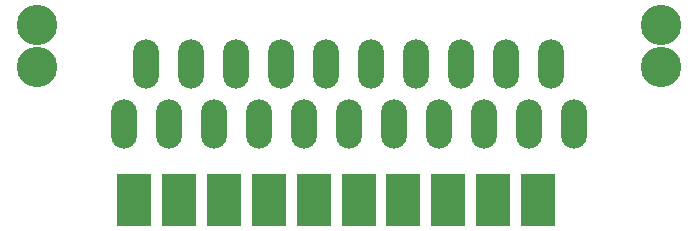
<source format=gts>
G04 #@! TF.GenerationSoftware,KiCad,Pcbnew,(5.1.0)-1*
G04 #@! TF.CreationDate,2019-08-09T15:15:48-04:00*
G04 #@! TF.ProjectId,EUROSCART_2_JP21,4555524f-5343-4415-9254-5f325f4a5032,rev?*
G04 #@! TF.SameCoordinates,Original*
G04 #@! TF.FileFunction,Soldermask,Top*
G04 #@! TF.FilePolarity,Negative*
%FSLAX46Y46*%
G04 Gerber Fmt 4.6, Leading zero omitted, Abs format (unit mm)*
G04 Created by KiCad (PCBNEW (5.1.0)-1) date 2019-08-09 15:15:48*
%MOMM*%
%LPD*%
G04 APERTURE LIST*
%ADD10R,2.900000X4.400000*%
%ADD11O,2.184400X4.165600*%
%ADD12C,3.422600*%
G04 APERTURE END LIST*
D10*
X115625000Y-91840501D03*
X119425000Y-91840501D03*
X123225000Y-91840501D03*
X127025000Y-91840501D03*
X130825000Y-91840501D03*
X134625000Y-91840501D03*
X138425000Y-91840501D03*
X142225000Y-91840501D03*
X146025000Y-91840501D03*
X149825000Y-91840501D03*
D11*
X114750000Y-85480000D03*
X116655000Y-80400000D03*
X118560000Y-85480000D03*
X120465000Y-80400000D03*
X122370000Y-85480000D03*
X124275000Y-80400000D03*
X126180000Y-85480000D03*
X128085000Y-80400000D03*
X129990000Y-85480000D03*
X131895000Y-80400000D03*
X133800000Y-85480000D03*
X135705000Y-80400000D03*
X137610000Y-85480000D03*
X139515000Y-80400000D03*
X141420000Y-85480000D03*
X143325000Y-80400000D03*
X145230000Y-85480000D03*
X147135000Y-80400000D03*
X149040000Y-85480000D03*
X150945000Y-80400000D03*
X152850000Y-85480000D03*
D12*
X107384000Y-80654000D03*
X107384000Y-77098000D03*
X160216000Y-80654000D03*
X160216000Y-77098000D03*
M02*

</source>
